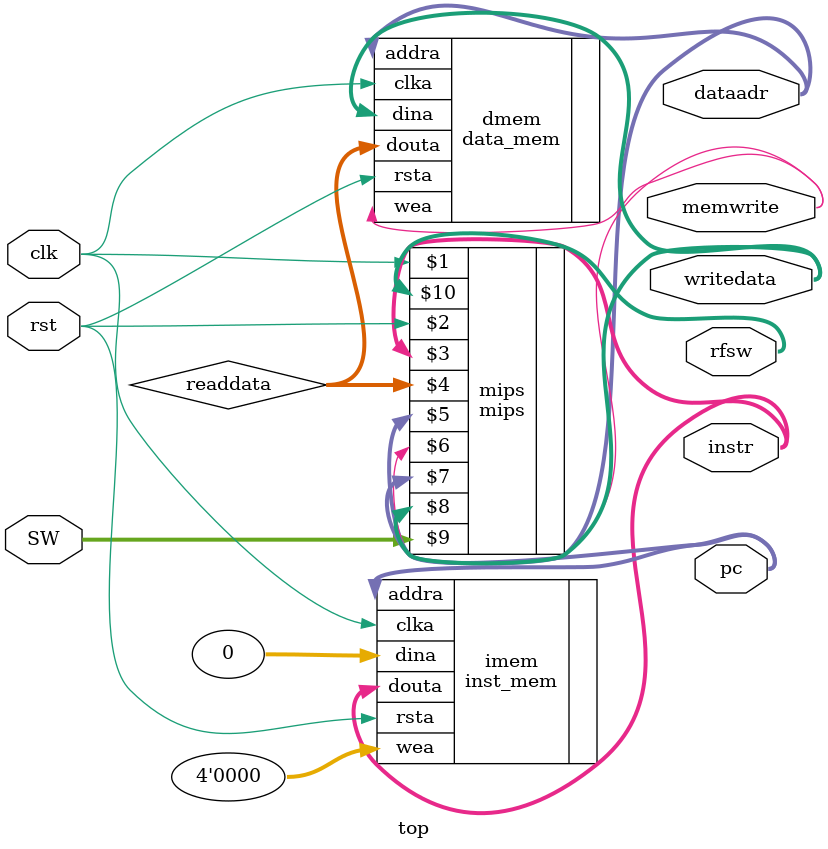
<source format=v>
`timescale 1ns / 1ps


module top(
	input wire clk,rst,
    output wire [31:0] instr, pc, writedata, dataadr,
    output wire memwrite,
    input [4:0] SW,
    output wire[31:0]rfsw);
    
    wire [31:0] readdata;

    mips mips(clk,rst,instr,readdata,dataadr,memwrite,pc,writedata,SW,rfsw);
    inst_mem imem(.clka(clk),.rsta(rst),.wea(4'b0000),.addra(pc),.dina(32'b0),.douta(instr));
    data_mem dmem(.clka(clk),.rsta(rst),.wea(memwrite),.addra(dataadr),.dina(writedata),.douta(readdata));

endmodule


</source>
